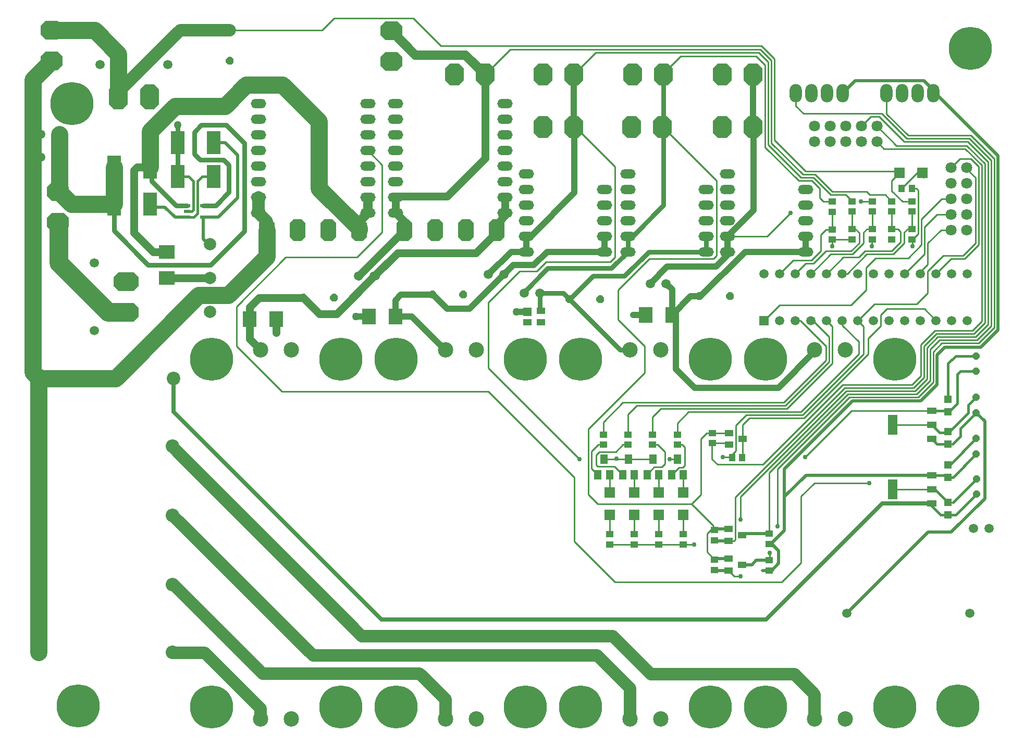
<source format=gtl>
G04 Layer_Physical_Order=1*
G04 Layer_Color=255*
%FSAX25Y25*%
%MOIN*%
G70*
G01*
G75*
%ADD10R,0.05906X0.12992*%
%ADD11R,0.05906X0.03937*%
%ADD12R,0.07000X0.07000*%
%ADD13R,0.07000X0.07000*%
%ADD14R,0.09000X0.15000*%
%ADD15R,0.09843X0.09055*%
%ADD16R,0.04134X0.02362*%
%ADD17R,0.09055X0.09843*%
%ADD18R,0.05512X0.05512*%
%ADD19R,0.05512X0.03937*%
%ADD20R,0.04500X0.05000*%
%ADD21R,0.04724X0.05906*%
%ADD22R,0.04000X0.04500*%
%ADD23R,0.04500X0.04000*%
%ADD24C,0.11000*%
%ADD25C,0.08000*%
%ADD26C,0.12000*%
%ADD27C,0.02500*%
%ADD28C,0.01000*%
%ADD29C,0.02000*%
%ADD30C,0.01500*%
%ADD31C,0.04000*%
%ADD32C,0.05000*%
%ADD33C,0.03000*%
%ADD34C,0.06000*%
%ADD35C,0.00000*%
G04:AMPARAMS|DCode=36|XSize=118.11mil|YSize=157.48mil|CornerRadius=0mil|HoleSize=0mil|Usage=FLASHONLY|Rotation=0.000|XOffset=0mil|YOffset=0mil|HoleType=Round|Shape=Octagon|*
%AMOCTAGOND36*
4,1,8,-0.02953,0.07874,0.02953,0.07874,0.05906,0.04921,0.05906,-0.04921,0.02953,-0.07874,-0.02953,-0.07874,-0.05906,-0.04921,-0.05906,0.04921,-0.02953,0.07874,0.0*
%
%ADD36OCTAGOND36*%

G04:AMPARAMS|DCode=37|XSize=118.11mil|YSize=157.48mil|CornerRadius=0mil|HoleSize=0mil|Usage=FLASHONLY|Rotation=90.000|XOffset=0mil|YOffset=0mil|HoleType=Round|Shape=Octagon|*
%AMOCTAGOND37*
4,1,8,-0.07874,-0.02953,-0.07874,0.02953,-0.04921,0.05906,0.04921,0.05906,0.07874,0.02953,0.07874,-0.02953,0.04921,-0.05906,-0.04921,-0.05906,-0.07874,-0.02953,0.0*
%
%ADD37OCTAGOND37*%

%ADD38C,0.09843*%
%ADD39C,0.07087*%
G04:AMPARAMS|DCode=40|XSize=118.11mil|YSize=137.8mil|CornerRadius=0mil|HoleSize=0mil|Usage=FLASHONLY|Rotation=90.000|XOffset=0mil|YOffset=0mil|HoleType=Round|Shape=Octagon|*
%AMOCTAGOND40*
4,1,8,-0.06890,-0.02953,-0.06890,0.02953,-0.03937,0.05906,0.03937,0.05906,0.06890,0.02953,0.06890,-0.02953,0.03937,-0.05906,-0.03937,-0.05906,-0.06890,-0.02953,0.0*
%
%ADD40OCTAGOND40*%

%ADD41P,0.05412X8X112.5*%
%ADD42C,0.08661*%
%ADD43O,0.09843X0.05906*%
G04:AMPARAMS|DCode=44|XSize=98.43mil|YSize=137.8mil|CornerRadius=0mil|HoleSize=0mil|Usage=FLASHONLY|Rotation=180.000|XOffset=0mil|YOffset=0mil|HoleType=Round|Shape=Octagon|*
%AMOCTAGOND44*
4,1,8,0.02461,-0.06890,-0.02461,-0.06890,-0.04921,-0.04429,-0.04921,0.04429,-0.02461,0.06890,0.02461,0.06890,0.04921,0.04429,0.04921,-0.04429,0.02461,-0.06890,0.0*
%
%ADD44OCTAGOND44*%

%ADD45C,0.07874*%
%ADD46P,0.05412X8X22.5*%
G04:AMPARAMS|DCode=47|XSize=118.11mil|YSize=137.8mil|CornerRadius=0mil|HoleSize=0mil|Usage=FLASHONLY|Rotation=180.000|XOffset=0mil|YOffset=0mil|HoleType=Round|Shape=Octagon|*
%AMOCTAGOND47*
4,1,8,0.02953,-0.06890,-0.02953,-0.06890,-0.05906,-0.03937,-0.05906,0.03937,-0.02953,0.06890,0.02953,0.06890,0.05906,0.03937,0.05906,-0.03937,0.02953,-0.06890,0.0*
%
%ADD47OCTAGOND47*%

%ADD48C,0.05906*%
%ADD49R,0.05906X0.05906*%
%ADD50P,0.04871X8X112.5*%
%ADD51O,0.07874X0.11811*%
%ADD52C,0.03000*%
%ADD53C,0.27559*%
%ADD54C,0.05000*%
D10*
X0656297Y0170755D02*
D03*
Y0212055D02*
D03*
D11*
X0681100Y0179810D02*
D03*
Y0170755D02*
D03*
Y0161700D02*
D03*
Y0203000D02*
D03*
Y0212055D02*
D03*
Y0221110D02*
D03*
D12*
X0522348Y0168700D02*
D03*
Y0154200D02*
D03*
X0506600Y0168700D02*
D03*
Y0154200D02*
D03*
X0490852Y0168700D02*
D03*
Y0154200D02*
D03*
X0475104Y0168700D02*
D03*
Y0154200D02*
D03*
D13*
X0660600Y0373200D02*
D03*
X0675100D02*
D03*
D14*
X0181102Y0376969D02*
D03*
X0158102D02*
D03*
X0198819Y0371063D02*
D03*
X0221819D02*
D03*
X0198819Y0392717D02*
D03*
X0221819D02*
D03*
X0181102Y0353346D02*
D03*
X0158102D02*
D03*
D15*
X0191929Y0322835D02*
D03*
Y0305906D02*
D03*
D16*
X0215354Y0352362D02*
D03*
Y0344882D02*
D03*
X0204724D02*
D03*
Y0348622D02*
D03*
Y0352362D02*
D03*
D17*
X0244969Y0279528D02*
D03*
X0261898D02*
D03*
X0338079Y0281232D02*
D03*
X0321150D02*
D03*
X0515177Y0282398D02*
D03*
X0498248D02*
D03*
D18*
X0422600Y0284200D02*
D03*
D19*
Y0277507D02*
D03*
X0431261D02*
D03*
Y0284987D02*
D03*
X0559924Y0122435D02*
D03*
X0551262Y0118695D02*
D03*
Y0126176D02*
D03*
X0559924Y0141435D02*
D03*
X0551262Y0137695D02*
D03*
Y0145176D02*
D03*
X0560261Y0202940D02*
D03*
X0551600Y0199200D02*
D03*
Y0206680D02*
D03*
D20*
X0691600Y0186500D02*
D03*
Y0178500D02*
D03*
Y0162500D02*
D03*
Y0154500D02*
D03*
Y0207700D02*
D03*
Y0199700D02*
D03*
Y0228200D02*
D03*
Y0220200D02*
D03*
D21*
X0471364Y0189960D02*
D03*
X0475104Y0180117D02*
D03*
X0467624D02*
D03*
X0487112Y0189960D02*
D03*
X0490852Y0180117D02*
D03*
X0483372D02*
D03*
X0502860Y0189960D02*
D03*
X0506600Y0180117D02*
D03*
X0499120D02*
D03*
X0518608Y0189960D02*
D03*
X0522348Y0180117D02*
D03*
X0514868D02*
D03*
D22*
X0661946Y0363201D02*
D03*
X0668446D02*
D03*
X0560018Y0190931D02*
D03*
X0553518D02*
D03*
D23*
X0668364Y0337296D02*
D03*
Y0330796D02*
D03*
X0655600Y0337296D02*
D03*
Y0330796D02*
D03*
X0643041Y0337296D02*
D03*
Y0330796D02*
D03*
X0630293Y0337296D02*
D03*
Y0330796D02*
D03*
X0617643Y0337099D02*
D03*
Y0330599D02*
D03*
X0668364Y0355012D02*
D03*
Y0348512D02*
D03*
X0655600Y0355012D02*
D03*
Y0348512D02*
D03*
X0643041Y0355012D02*
D03*
Y0348512D02*
D03*
X0630293Y0355012D02*
D03*
Y0348512D02*
D03*
X0617546Y0354961D02*
D03*
Y0348461D02*
D03*
X0475103Y0135381D02*
D03*
Y0141881D02*
D03*
X0522150Y0135381D02*
D03*
Y0141881D02*
D03*
X0506599Y0135381D02*
D03*
Y0141881D02*
D03*
X0490753Y0135381D02*
D03*
Y0141881D02*
D03*
X0471166Y0199259D02*
D03*
Y0205759D02*
D03*
X0486914Y0199259D02*
D03*
Y0205759D02*
D03*
X0502662Y0199259D02*
D03*
Y0205759D02*
D03*
X0518410Y0199259D02*
D03*
Y0205759D02*
D03*
X0540772Y0200231D02*
D03*
Y0206731D02*
D03*
X0577261Y0135726D02*
D03*
Y0142227D02*
D03*
X0542263Y0144625D02*
D03*
Y0138125D02*
D03*
X0577261Y0118727D02*
D03*
Y0125226D02*
D03*
X0542263Y0125625D02*
D03*
Y0119125D02*
D03*
D24*
X0161017Y0422043D02*
Y0449383D01*
X0145833Y0464567D02*
X0161017Y0449383D01*
X0118110Y0464567D02*
X0145833D01*
X0109843Y0153937D02*
Y0242515D01*
X0109936Y0066235D02*
Y0109543D01*
X0158102Y0353346D02*
Y0376969D01*
X0106293Y0433065D02*
X0118110Y0444882D01*
X0110236Y0241732D02*
X0159055D01*
X0123222Y0361019D02*
Y0398130D01*
Y0361019D02*
X0130894Y0353346D01*
X0158102D01*
X0109843Y0109646D02*
Y0153937D01*
X0106293Y0245676D02*
Y0433065D01*
Y0245676D02*
X0110236Y0241732D01*
X0181102Y0376969D02*
Y0400002D01*
X0197238Y0416137D01*
X0229128D01*
X0242513Y0429523D01*
X0265953D01*
X0289276Y0406200D01*
Y0363469D02*
Y0406200D01*
Y0363469D02*
X0314866Y0337879D01*
Y0336614D02*
Y0337879D01*
X0255811Y0319592D02*
Y0336614D01*
X0159055Y0241732D02*
X0212323Y0295000D01*
X0231219D01*
X0255811Y0319592D01*
D25*
X0200387Y0464562D02*
X0232277D01*
X0161017Y0425192D02*
X0200387Y0464562D01*
X0250378Y0347638D02*
Y0357638D01*
Y0347638D02*
X0255811Y0342205D01*
X0488189Y0023622D02*
Y0043307D01*
X0353600Y0052700D02*
X0370079Y0036221D01*
Y0023622D02*
Y0036221D01*
X0467296Y0064200D02*
X0488189Y0043307D01*
X0606299Y0023622D02*
Y0039501D01*
X0477100Y0076700D02*
X0501600Y0052200D01*
X0593600D01*
X0606299Y0039501D01*
X0195369Y0197928D02*
X0316596Y0076700D01*
X0477100D01*
X0195664Y0153931D02*
X0285395Y0064200D01*
X0467296D01*
X0195959Y0109935D02*
X0227553Y0078342D01*
X0253194Y0052700D01*
X0353600D01*
X0196063Y0066137D02*
X0216135D01*
X0251969Y0030304D01*
Y0023622D02*
Y0030304D01*
X0122047Y0341535D02*
X0122965D01*
X0161017Y0422043D02*
Y0425192D01*
D26*
X0122965Y0315635D02*
Y0341535D01*
Y0315635D02*
X0154612Y0283988D01*
X0166000D01*
D27*
X0649600Y0161700D02*
X0681100D01*
X0575100Y0087200D02*
X0649600Y0161700D01*
X0329324Y0087200D02*
X0575100D01*
X0196063Y0220461D02*
X0329324Y0087200D01*
X0196063Y0220461D02*
Y0241732D01*
D28*
X0606100Y0174700D02*
X0641100D01*
X0597600Y0166200D02*
X0606100Y0174700D01*
X0597600Y0123700D02*
Y0166200D01*
X0585100Y0111200D02*
X0597600Y0123700D01*
X0478600Y0111200D02*
X0585100D01*
X0452600Y0137200D02*
X0478600Y0111200D01*
X0452600Y0137200D02*
Y0178200D01*
X0397600Y0233200D02*
X0452600Y0178200D01*
X0265600Y0233200D02*
X0397600D01*
X0236600Y0262200D02*
X0265600Y0233200D01*
X0634700Y0328425D02*
Y0334903D01*
X0629475Y0323200D02*
X0634700Y0328425D01*
X0613499Y0337099D02*
X0617545D01*
X0471364Y0189960D02*
X0487112D01*
X0541600Y0145288D02*
X0542263Y0144625D01*
X0541600Y0145288D02*
Y0147200D01*
X0527600Y0161200D02*
X0541600Y0147200D01*
X0600100Y0191200D02*
X0630010Y0221110D01*
X0681100D01*
X0553249Y0191200D02*
X0553518Y0190931D01*
X0547600Y0191200D02*
X0553249D01*
X0691600Y0162500D02*
X0694700D01*
X0691600Y0186500D02*
X0692900D01*
X0690690Y0221110D02*
X0691600Y0220200D01*
X0690955Y0207055D02*
X0691600Y0207700D01*
X0692600D01*
X0691600Y0199700D02*
X0694600D01*
X0691600Y0220200D02*
X0692100D01*
X0666100Y0397200D02*
X0706100D01*
X0721100Y0382200D01*
Y0274200D02*
Y0382200D01*
X0719100Y0275200D02*
Y0381200D01*
X0705100Y0395200D02*
X0719100Y0381200D01*
X0665100Y0395200D02*
X0705100D01*
X0717100Y0276200D02*
Y0380200D01*
X0704100Y0393200D02*
X0717100Y0380200D01*
X0663600Y0393200D02*
X0704100D01*
X0715100Y0277200D02*
Y0379200D01*
X0703600Y0390700D02*
X0715100Y0379200D01*
X0658600Y0390700D02*
X0703600D01*
X0711100Y0264200D02*
X0721100Y0274200D01*
X0687600Y0264200D02*
X0711100D01*
X0682100Y0258700D02*
X0687600Y0264200D01*
X0582462Y0183562D02*
X0628600Y0229700D01*
X0710100Y0266200D02*
X0719100Y0275200D01*
X0686100Y0266200D02*
X0710100D01*
X0680100Y0260200D02*
X0686100Y0266200D01*
X0678100Y0261300D02*
X0685000Y0268200D01*
X0709100D02*
X0717100Y0276200D01*
X0685000Y0268200D02*
X0709100D01*
X0708100Y0270200D02*
X0715100Y0277200D01*
X0684100Y0270200D02*
X0708100D01*
X0582462Y0146976D02*
Y0183562D01*
X0577261Y0181361D02*
X0627600Y0231700D01*
X0577261Y0142227D02*
Y0181361D01*
X0558962Y0166062D02*
X0626600Y0233700D01*
X0558962Y0151476D02*
Y0166062D01*
X0625600Y0235700D02*
X0669600D01*
X0676100Y0242200D01*
Y0262200D01*
X0555662Y0165762D02*
X0625600Y0235700D01*
X0555662Y0138623D02*
Y0165762D01*
X0676100Y0262200D02*
X0684100Y0270200D01*
X0683100Y0272200D02*
X0707100D01*
X0674100Y0263200D02*
X0683100Y0272200D01*
X0674100Y0243200D02*
Y0263200D01*
X0668600Y0237700D02*
X0674100Y0243200D01*
X0624100Y0237700D02*
X0668600D01*
X0573100Y0186700D02*
X0624100Y0237700D01*
X0544100Y0186700D02*
X0573100D01*
X0713100Y0278200D02*
Y0378200D01*
X0707100Y0272200D02*
X0713100Y0278200D01*
X0540694Y0190106D02*
X0544100Y0186700D01*
X0678600Y0328200D02*
X0687100Y0336700D01*
X0678600Y0314700D02*
Y0328200D01*
X0673970Y0310070D02*
X0678600Y0314700D01*
X0676600Y0338700D02*
X0684600Y0346700D01*
X0676600Y0321330D02*
Y0338700D01*
X0663970Y0308700D02*
X0676600Y0321330D01*
X0711100Y0327200D02*
Y0377200D01*
X0702100Y0318200D02*
X0711100Y0327200D01*
X0693470Y0318200D02*
X0702100D01*
X0683970Y0308700D02*
X0693470Y0318200D01*
X0702600Y0388700D02*
X0713100Y0378200D01*
X0706100Y0382200D02*
X0711100Y0377200D01*
X0699100Y0382200D02*
X0706100D01*
X0693600Y0376700D02*
X0699100Y0382200D01*
X0703600Y0375700D02*
X0709100Y0370200D01*
Y0328200D02*
Y0370200D01*
X0701100Y0320200D02*
X0709100Y0328200D01*
X0673970Y0308700D02*
Y0310070D01*
X0633970Y0278700D02*
X0644470Y0289200D01*
X0671600D01*
X0678600Y0296200D01*
Y0310200D01*
X0688600Y0320200D01*
X0701100D01*
X0703600Y0375700D02*
Y0376700D01*
X0687100Y0336700D02*
X0693600D01*
X0684600Y0346700D02*
X0693600D01*
X0573970Y0278700D02*
X0583970Y0288700D01*
X0629600D01*
X0639100Y0298200D01*
Y0312700D01*
X0645100Y0318700D01*
X0666100D01*
X0674600Y0327200D01*
Y0343700D01*
X0687600Y0356700D01*
X0693600D01*
X0650600Y0388700D02*
X0702600D01*
X0630293Y0339310D02*
X0634700Y0334903D01*
X0655600Y0361700D02*
X0662435Y0354865D01*
X0655600Y0361700D02*
Y0368200D01*
X0668364Y0355012D02*
X0668583D01*
X0662583D02*
X0668364D01*
X0659600Y0374200D02*
X0660600Y0373200D01*
X0655600Y0368200D02*
X0660600Y0373200D01*
X0671945D02*
X0675100D01*
X0661946Y0363201D02*
X0671945Y0373200D01*
X0668446Y0363201D02*
X0671446D01*
X0672600Y0362047D01*
Y0334405D02*
Y0362047D01*
X0668795Y0330600D02*
X0672600Y0334405D01*
X0665696Y0337296D02*
X0666696D01*
X0663600Y0335200D02*
X0665696Y0337296D01*
X0663600Y0328405D02*
Y0335200D01*
X0661111Y0328916D02*
Y0335689D01*
X0659504Y0337296D02*
X0661111Y0335689D01*
X0655600Y0337296D02*
X0659504D01*
X0655600D02*
Y0342200D01*
X0656395Y0321200D02*
X0663600Y0328405D01*
X0639696Y0337296D02*
X0643041D01*
X0637600Y0335200D02*
X0639696Y0337296D01*
X0637600Y0328200D02*
Y0335200D01*
X0630600Y0321200D02*
X0637600Y0328200D01*
X0655395Y0323200D02*
X0661111Y0328916D01*
X0641600Y0359200D02*
X0651412D01*
X0626105D02*
X0631793Y0353512D01*
X0616600Y0359200D02*
X0626105D01*
X0617545Y0337099D02*
Y0348512D01*
Y0337099D02*
X0617643D01*
X0649100Y0411200D02*
X0665100Y0395200D01*
X0599100Y0411200D02*
X0649100D01*
X0594175Y0416125D02*
X0599100Y0411200D01*
X0540694Y0190106D02*
Y0200152D01*
X0647600Y0409200D02*
X0663600Y0393200D01*
X0642100Y0409200D02*
X0647600D01*
X0636100Y0403200D02*
X0642100Y0409200D01*
X0646100Y0403200D02*
X0658600Y0390700D01*
X0467600Y0161200D02*
X0527600D01*
X0461600Y0167200D02*
X0467600Y0161200D01*
X0461600Y0167200D02*
Y0209200D01*
X0497600Y0245200D01*
Y0262200D01*
X0527600Y0161200D02*
X0533651Y0167251D01*
X0560261Y0211861D02*
X0564600Y0216200D01*
X0599600D01*
X0555951Y0211551D02*
X0562600Y0218200D01*
X0598600D01*
X0640600Y0257200D02*
Y0267200D01*
X0599600Y0216200D02*
X0640600Y0257200D01*
X0637600D02*
Y0275070D01*
X0598600Y0218200D02*
X0637600Y0257200D01*
X0634600D02*
Y0265200D01*
X0597600Y0220200D02*
X0634600Y0257200D01*
X0623970Y0275830D02*
X0634600Y0265200D01*
X0613600Y0253200D02*
Y0262200D01*
X0586600Y0226200D02*
X0613600Y0253200D01*
X0597100Y0278700D02*
X0613600Y0262200D01*
X0613970Y0278700D02*
X0617600Y0275070D01*
Y0251200D02*
Y0275070D01*
X0588600Y0222200D02*
X0617600Y0251200D01*
X0483600Y0226200D02*
X0586600D01*
X0507987Y0222200D02*
X0588600D01*
X0471166Y0213766D02*
X0483600Y0226200D01*
X0492600Y0224200D02*
X0587600D01*
X0486914Y0218514D02*
X0492600Y0224200D01*
X0525600Y0220200D02*
X0597600D01*
X0518410Y0213010D02*
X0525600Y0220200D01*
X0502662Y0216876D02*
X0507987Y0222200D01*
X0502662Y0205759D02*
Y0216876D01*
X0518410Y0205759D02*
Y0213010D01*
X0623970Y0308700D02*
X0627100D01*
X0639600Y0321200D02*
X0656395D01*
X0627100Y0308700D02*
X0639600Y0321200D01*
X0638600Y0323200D02*
X0655395D01*
X0634600Y0319200D02*
X0638600Y0323200D01*
X0624600Y0319200D02*
X0634600D01*
X0614035Y0308635D02*
X0624600Y0319200D01*
X0616600Y0321200D02*
X0630600D01*
X0604035Y0308635D02*
X0616600Y0321200D01*
X0613600Y0323200D02*
X0629475D01*
X0605600Y0315200D02*
X0613600Y0323200D01*
X0600470Y0315200D02*
X0605600D01*
X0593970Y0308700D02*
X0600470Y0315200D01*
X0610100Y0323200D02*
Y0333700D01*
X0604100Y0317200D02*
X0610100Y0323200D01*
X0592470Y0317200D02*
X0604100D01*
X0583970Y0308700D02*
X0592470Y0317200D01*
X0676470Y0286200D02*
X0683970Y0278700D01*
X0652600Y0286200D02*
X0676470D01*
X0648600Y0282200D02*
X0652600Y0286200D01*
X0648600Y0275200D02*
Y0282200D01*
X0640600Y0267200D02*
X0648600Y0275200D01*
X0633970Y0278700D02*
X0637600Y0275070D01*
X0623970Y0275830D02*
Y0278700D01*
X0605100D02*
X0615600Y0268200D01*
X0593970Y0278700D02*
X0597100D01*
X0452600Y0403200D02*
X0478600Y0377200D01*
X0320378Y0387638D02*
X0329600Y0378416D01*
X0298972Y0472200D02*
X0349600D01*
X0291334Y0464562D02*
X0298972Y0472200D01*
X0560261Y0191175D02*
Y0202940D01*
X0540772Y0200231D02*
X0550569D01*
X0540772Y0206731D02*
X0551549D01*
X0668364Y0337296D02*
Y0348512D01*
X0655600Y0337296D02*
Y0348512D01*
X0630293Y0337296D02*
Y0348512D01*
X0547110Y0403520D02*
X0547819Y0404228D01*
X0486803Y0332835D02*
X0489716D01*
X0422000D02*
X0424913D01*
X0403791Y0338976D02*
Y0341339D01*
X0408319Y0345866D02*
Y0347638D01*
X0402807Y0336614D02*
X0406153Y0339961D01*
X0338319Y0377638D02*
X0339500D01*
X0166000Y0283988D02*
X0166862D01*
X0314866Y0336614D02*
Y0342126D01*
X0389764Y0023622D02*
X0393701D01*
X0625984Y0023622D02*
Y0023622D01*
X0215354Y0352362D02*
Y0352412D01*
X0389764Y0259842D02*
Y0261024D01*
X0507874Y0259842D02*
X0509842D01*
X0181102Y0351378D02*
Y0354331D01*
X0708700Y0167657D02*
X0709700D01*
X0483615Y0199259D02*
X0486914D01*
X0468411Y0194684D02*
X0479041D01*
X0466442Y0192716D02*
X0468411Y0194684D01*
X0466442Y0186416D02*
Y0192716D01*
Y0186416D02*
X0467624Y0185235D01*
X0478254D01*
X0483372Y0180117D01*
X0479041Y0194684D02*
X0483615Y0199259D01*
X0502662D02*
X0505963D01*
X0510537Y0194684D01*
X0499120Y0182480D02*
X0501088D01*
X0467867Y0199259D02*
X0471166D01*
X0463687Y0195078D02*
X0467867Y0199259D01*
X0463687Y0184054D02*
Y0195078D01*
Y0184054D02*
X0467624Y0180117D01*
X0475104Y0168700D02*
Y0180117D01*
X0490852Y0168700D02*
Y0180117D01*
X0506600Y0168700D02*
Y0180117D01*
X0522348Y0168700D02*
Y0180117D01*
X0506600D02*
Y0180905D01*
X0475104Y0141882D02*
Y0154200D01*
X0490753Y0141881D02*
Y0154101D01*
X0506599Y0141881D02*
Y0154199D01*
X0522348Y0142078D02*
Y0154200D01*
X0475103Y0135381D02*
X0490753D01*
X0506599D01*
X0522150D01*
X0487112Y0189960D02*
X0502860D01*
X0452220Y0435039D02*
X0456945D01*
X0630293Y0337296D02*
Y0339310D01*
X0617643Y0330599D02*
X0630293D01*
X0617400Y0330355D02*
X0617643Y0330599D01*
X0689800Y0222200D02*
X0690100Y0221900D01*
X0522150Y0135381D02*
X0529157D01*
X0513662Y0190076D02*
X0518492D01*
X0518608Y0189960D01*
X0510537Y0187001D02*
Y0194684D01*
X0501088Y0182480D02*
X0503584Y0184976D01*
X0508512D01*
X0510537Y0187001D01*
X0514868Y0180117D02*
X0519426Y0184676D01*
X0518410Y0199259D02*
X0521379D01*
X0523062Y0197576D01*
X0519426Y0184676D02*
X0521762D01*
X0523062Y0185976D01*
Y0197576D01*
X0533651Y0167251D02*
Y0203061D01*
X0537322Y0206731D01*
X0540772D01*
X0553518Y0190931D02*
Y0193027D01*
X0555951Y0195461D01*
Y0211551D01*
X0540694Y0200152D02*
X0540772Y0200231D01*
X0551262Y0137695D02*
X0554735D01*
X0555662Y0138623D01*
X0537362Y0130526D02*
X0542263Y0125625D01*
X0537362Y0130526D02*
Y0142276D01*
X0539711Y0144625D01*
X0542263D01*
X0551262Y0118695D02*
X0554982Y0114976D01*
X0558962D01*
X0577462Y0125427D02*
Y0129976D01*
X0577261Y0125226D02*
X0577462Y0125427D01*
X0576210Y0125176D02*
X0576761Y0125726D01*
X0313600Y0319200D02*
X0329600Y0335200D01*
Y0378416D01*
X0478600Y0319200D02*
Y0377200D01*
X0475600Y0316200D02*
X0478600Y0319200D01*
X0428600Y0310200D02*
X0434600Y0316200D01*
X0475600D01*
X0397600Y0248200D02*
Y0290200D01*
X0417600Y0310200D01*
X0428600D01*
X0500600Y0318200D02*
X0541600D01*
X0480600Y0279200D02*
Y0298200D01*
X0500600Y0318200D01*
X0541600D02*
X0543600Y0320200D01*
X0509417Y0402383D02*
X0543600Y0368200D01*
Y0320200D02*
Y0368200D01*
X0509417Y0437017D02*
X0520432Y0448032D01*
X0452220Y0436320D02*
X0466100Y0450200D01*
X0395600Y0436200D02*
X0411600Y0452200D01*
X0349600Y0472200D02*
X0367100Y0454700D01*
X0596100Y0368200D02*
X0604600D01*
X0574600Y0389700D02*
X0596100Y0368200D01*
X0576600Y0391200D02*
X0597600Y0370200D01*
X0578600Y0392400D02*
X0598800Y0372200D01*
X0580600Y0394200D02*
X0600600Y0374200D01*
X0520432Y0448032D02*
X0568769D01*
X0574600Y0442200D01*
Y0389700D02*
Y0442200D01*
X0466100Y0450200D02*
X0570600D01*
X0576600Y0444200D01*
Y0391200D02*
Y0444200D01*
X0411600Y0452200D02*
X0571600D01*
X0578600Y0445200D01*
Y0392400D02*
Y0445200D01*
X0367100Y0454700D02*
X0572100D01*
X0580600Y0446200D01*
Y0394200D02*
Y0446200D01*
X0604600Y0368200D02*
X0609600Y0363200D01*
Y0357200D02*
Y0363200D01*
Y0357200D02*
X0611788Y0355012D01*
X0617545D01*
X0597600Y0370200D02*
X0605600D01*
X0616600Y0359200D01*
X0598800Y0372200D02*
X0606600D01*
X0651412Y0359200D02*
X0655600Y0355012D01*
X0617600Y0361200D02*
X0639600D01*
X0641600Y0359200D01*
X0550606Y0332835D02*
X0575835D01*
X0590700Y0347700D01*
X0591000D01*
X0636000Y0355100D02*
X0642953D01*
X0643041Y0330796D02*
X0643100Y0330736D01*
X0642900Y0330537D02*
X0643100Y0330736D01*
X0642900Y0326300D02*
Y0330537D01*
X0617400Y0326300D02*
Y0330355D01*
X0610100Y0333700D02*
X0613499Y0337099D01*
X0606600Y0372200D02*
X0617600Y0361200D01*
X0643041Y0337296D02*
Y0348512D01*
X0594175Y0416125D02*
Y0424500D01*
X0646100Y0393200D02*
X0650600Y0388700D01*
X0675100Y0371200D02*
X0676100Y0370200D01*
X0397600Y0248200D02*
X0455850Y0189950D01*
X0480600Y0279200D02*
X0497600Y0262200D01*
X0471166Y0205759D02*
Y0213766D01*
X0486914Y0205759D02*
Y0218514D01*
X0587600Y0224200D02*
X0615600Y0252200D01*
Y0268200D01*
X0560261Y0202940D02*
Y0211861D01*
X0600600Y0374200D02*
X0659600D01*
X0673151Y0371251D02*
X0675100Y0373200D01*
X0668795Y0326200D02*
Y0330600D01*
X0626600Y0233700D02*
X0670600D01*
X0678100Y0241200D01*
Y0261300D01*
X0627600Y0231700D02*
X0671600D01*
X0680100Y0240200D01*
Y0260200D01*
X0628600Y0229700D02*
X0672600D01*
X0682100Y0239200D01*
Y0258700D01*
X0652277Y0411023D02*
X0666100Y0397200D01*
X0652277Y0411023D02*
Y0424499D01*
X0236600Y0262200D02*
Y0287783D01*
X0268017Y0319200D01*
X0313600D01*
X0232277Y0464562D02*
X0291334D01*
X0656297Y0212055D02*
X0681100D01*
X0656297Y0170755D02*
X0681100D01*
D29*
X0709600Y0219700D02*
X0715100Y0214200D01*
Y0164700D02*
Y0214200D01*
X0693600Y0143200D02*
X0715100Y0164700D01*
X0586962Y0183562D02*
X0630600Y0227200D01*
X0586962Y0166062D02*
Y0183562D01*
X0678954Y0143200D02*
X0693600D01*
X0626954Y0091200D02*
X0678954Y0143200D01*
X0600710Y0179810D02*
X0682100D01*
X0586962Y0166062D02*
X0600710Y0179810D01*
X0712600Y0261700D02*
X0723600Y0272700D01*
Y0384200D01*
X0237100Y0357200D02*
Y0384700D01*
X0229083Y0392717D02*
X0237100Y0384700D01*
X0221819Y0392717D02*
X0229083D01*
X0224782Y0344882D02*
X0237100Y0357200D01*
X0215354Y0344882D02*
X0224782D01*
X0215354Y0330906D02*
X0218307Y0327953D01*
X0215354Y0330906D02*
Y0344882D01*
X0181102Y0351378D02*
X0190551D01*
X0197047Y0344882D01*
X0204724D01*
X0542692Y0118695D02*
X0551262D01*
X0542814Y0126176D02*
X0551262D01*
X0542692Y0137695D02*
X0551262D01*
X0542814Y0145176D02*
X0551262D01*
X0560715Y0142227D02*
X0577261D01*
X0559924Y0122435D02*
X0566262D01*
X0569002Y0125176D02*
X0576210D01*
X0566262Y0122435D02*
X0569002Y0125176D01*
X0572813Y0118727D02*
X0577261D01*
X0578813D01*
X0583262Y0123176D01*
Y0131176D01*
X0578711Y0135726D02*
X0583262Y0131176D01*
X0577261Y0135726D02*
X0578213D01*
X0586962Y0144476D01*
Y0166062D01*
X0624175Y0424500D02*
X0632175Y0432500D01*
X0630600Y0227200D02*
X0674100D01*
X0684600Y0237700D01*
Y0256700D01*
X0689600Y0261700D01*
X0712600D01*
X0685400Y0422400D02*
X0723600Y0384200D01*
X0632175Y0432500D02*
X0676150D01*
X0682277Y0426373D01*
Y0424499D02*
Y0426373D01*
D30*
X0697600Y0244200D02*
X0699600Y0246200D01*
X0697600Y0225700D02*
Y0244200D01*
X0692100Y0220200D02*
X0697600Y0225700D01*
X0694700Y0162500D02*
X0709700Y0177500D01*
X0686800Y0154500D02*
X0691600D01*
X0679600Y0161700D02*
X0686800Y0154500D01*
X0696543D02*
X0709700Y0167657D01*
X0691600Y0154500D02*
X0696543D01*
X0679600Y0179810D02*
X0690290D01*
X0683345Y0170755D02*
X0691600Y0162500D01*
X0692900Y0186500D02*
X0709600Y0203200D01*
X0694742Y0178500D02*
X0709600Y0193358D01*
X0691600Y0178500D02*
X0694742D01*
X0681100Y0203000D02*
X0684400Y0199700D01*
X0691600D01*
X0681100Y0221110D02*
X0690690D01*
X0686100Y0207055D02*
X0690955D01*
X0681100Y0212055D02*
X0686100Y0207055D01*
X0704600Y0224542D02*
X0709600Y0229542D01*
X0704600Y0219700D02*
Y0224542D01*
X0692600Y0207700D02*
X0704600Y0219700D01*
X0699600Y0209700D02*
X0709600Y0219700D01*
X0699600Y0204700D02*
Y0209700D01*
X0694600Y0199700D02*
X0699600Y0204700D01*
Y0246200D02*
X0709600D01*
X0696443Y0256043D02*
X0709600D01*
X0691600Y0251200D02*
X0696443Y0256043D01*
X0691600Y0228200D02*
Y0251200D01*
X0204724Y0348622D02*
X0207842D01*
X0204724Y0344882D02*
X0209055D01*
X0211500Y0347327D01*
X0207842Y0348622D02*
X0209000Y0349780D01*
X0198819Y0371063D02*
X0205937D01*
X0209000Y0368000D01*
Y0349780D02*
Y0368000D01*
X0211500Y0347327D02*
Y0368000D01*
X0214563Y0371063D01*
X0221260D01*
X0681100Y0170755D02*
X0683345D01*
D31*
X0452600Y0360521D02*
Y0403200D01*
X0424913Y0332835D02*
X0452600Y0360521D01*
X0490079Y0282398D02*
X0498248D01*
X0511299Y0302476D02*
X0515177Y0298598D01*
Y0282398D02*
Y0298598D01*
X0312882Y0281331D02*
X0321051D01*
X0600606Y0322835D02*
Y0332835D01*
X0566795Y0404937D02*
Y0435646D01*
X0472000Y0322835D02*
Y0332835D01*
X0422000Y0322835D02*
Y0332835D01*
X0158102Y0376969D02*
Y0377953D01*
X0341622Y0295307D02*
X0361701D01*
X0370079Y0259721D02*
Y0259842D01*
X0338079Y0291764D02*
X0341622Y0295307D01*
X0348568Y0281232D02*
X0370079Y0259721D01*
X0338079Y0281232D02*
Y0291764D01*
Y0281232D02*
X0348568D01*
X0362094Y0295307D02*
X0371202Y0286200D01*
X0426600Y0314200D02*
X0435235Y0322835D01*
X0472000D01*
X0397600Y0308200D02*
X0412235Y0322835D01*
X0422000D01*
X0371202Y0286200D02*
X0385600D01*
X0413600Y0314200D01*
X0426600D01*
X0415600Y0284200D02*
X0422600D01*
X0550606Y0332835D02*
X0567100Y0349328D01*
Y0403937D01*
X0543100Y0313200D02*
X0550606Y0320706D01*
X0512023Y0313200D02*
X0543100D01*
X0501299Y0302476D02*
X0512023Y0313200D01*
X0526979Y0294200D02*
X0533100D01*
X0515177Y0282398D02*
X0526979Y0294200D01*
X0533100D02*
X0561735Y0322835D01*
X0600606D01*
X0452220Y0402559D02*
Y0436320D01*
X0517600Y0247700D02*
X0529600Y0235700D01*
X0517600Y0247700D02*
Y0279975D01*
X0515177Y0282398D02*
X0517600Y0279975D01*
X0550606Y0320706D02*
Y0322835D01*
Y0332835D01*
X0529600Y0235700D02*
X0583100D01*
X0606299Y0258899D01*
Y0259842D01*
D32*
X0371100Y0358200D02*
X0395600Y0382700D01*
X0340100Y0358200D02*
X0371100D01*
X0395600Y0382700D02*
Y0436200D01*
X0338319Y0347638D02*
Y0356419D01*
X0340100Y0358200D01*
X0183071Y0322835D02*
X0191929D01*
X0170866Y0335039D02*
X0183071Y0322835D01*
X0279213Y0293307D02*
X0289547Y0282972D01*
X0403791Y0341339D02*
X0408319Y0345866D01*
Y0347638D02*
Y0357638D01*
X0389618Y0322047D02*
X0402807Y0335236D01*
X0338319Y0347638D02*
X0343752Y0342205D01*
X0261898Y0270866D02*
Y0279528D01*
X0244969Y0279528D02*
Y0287402D01*
X0250874Y0293307D01*
X0279213D01*
X0170866Y0335039D02*
Y0374866D01*
X0172968Y0376969D01*
X0181102D01*
X0191929Y0305906D02*
X0219488D01*
X0244969Y0266843D02*
Y0279528D01*
Y0266843D02*
X0251969Y0259842D01*
X0289547Y0282972D02*
X0300372D01*
X0324600Y0307200D01*
X0325600D01*
X0324600D02*
X0339447Y0322047D01*
X0389618D01*
X0314600Y0307087D02*
Y0307462D01*
X0343752Y0336614D01*
D33*
X0230000Y0404000D02*
X0241600Y0392400D01*
Y0336100D02*
Y0392400D01*
X0220000Y0314500D02*
X0241600Y0336100D01*
X0228107Y0381693D02*
X0231600Y0378200D01*
Y0360931D02*
Y0378200D01*
X0223081Y0352412D02*
X0231600Y0360931D01*
X0213307Y0381693D02*
X0228107D01*
X0198819Y0392717D02*
Y0404134D01*
X0197835Y0352362D02*
X0204724D01*
X0182087Y0368110D02*
X0197835Y0352362D01*
X0182087Y0368110D02*
Y0373031D01*
X0536803Y0322835D02*
Y0332835D01*
X0486803Y0322835D02*
Y0332835D01*
X0198819Y0371063D02*
Y0392717D01*
X0215354Y0352412D02*
X0223081D01*
X0158102Y0336398D02*
Y0353346D01*
Y0336398D02*
X0180000Y0314500D01*
X0220000D01*
X0214000Y0404000D02*
X0230000D01*
X0209500Y0385500D02*
X0213307Y0381693D01*
X0209500Y0385500D02*
Y0399500D01*
X0214000Y0404000D01*
X0420100Y0296700D02*
X0435600Y0312200D01*
X0476168D01*
X0486803Y0322835D01*
X0500077Y0322677D02*
X0536646D01*
X0449600Y0292200D02*
X0464600Y0307200D01*
X0484600D01*
X0500077Y0322677D01*
X0481957Y0259842D02*
X0488189D01*
X0449600Y0292200D02*
X0481957Y0259842D01*
X0430600Y0285649D02*
X0431261Y0284987D01*
X0430600Y0285649D02*
Y0296200D01*
X0445600D01*
X0449600Y0292200D01*
X0489716Y0332835D02*
X0509600Y0352718D01*
Y0402756D01*
X0509417Y0402383D02*
Y0437017D01*
D34*
X0382981Y0448819D02*
X0395600Y0436200D01*
X0350981Y0448819D02*
X0382981D01*
X0335600Y0464200D02*
X0350981Y0448819D01*
X0314866Y0342126D02*
X0320378Y0347638D01*
Y0357638D01*
D35*
X0109000Y0242969D02*
X0110236Y0241732D01*
D36*
X0161017Y0422043D02*
D03*
X0180702D02*
D03*
D37*
X0165900Y0284057D02*
D03*
Y0303743D02*
D03*
D38*
X0625984Y0259842D02*
D03*
Y0023622D02*
D03*
X0606299Y0259842D02*
D03*
Y0023622D02*
D03*
X0271654Y0259842D02*
D03*
Y0023622D02*
D03*
X0251969Y0259842D02*
D03*
Y0023622D02*
D03*
X0389764Y0259842D02*
D03*
Y0023622D02*
D03*
X0370079Y0259842D02*
D03*
Y0023622D02*
D03*
X0507874Y0259842D02*
D03*
Y0023622D02*
D03*
X0488189Y0259842D02*
D03*
Y0023622D02*
D03*
D39*
X0646100Y0403200D02*
D03*
X0636100D02*
D03*
X0626100D02*
D03*
X0616100D02*
D03*
X0606100D02*
D03*
X0646100Y0393200D02*
D03*
X0636100D02*
D03*
X0626100D02*
D03*
X0616100D02*
D03*
X0606100D02*
D03*
X0703600Y0336700D02*
D03*
Y0346700D02*
D03*
Y0356700D02*
D03*
Y0366700D02*
D03*
Y0376700D02*
D03*
X0693600Y0336700D02*
D03*
Y0346700D02*
D03*
Y0356700D02*
D03*
Y0366700D02*
D03*
Y0376700D02*
D03*
D40*
X0118110Y0444882D02*
D03*
Y0464567D02*
D03*
X0335600Y0444515D02*
D03*
Y0464200D02*
D03*
X0122047Y0361221D02*
D03*
Y0341535D02*
D03*
D41*
X0232277Y0444877D02*
D03*
Y0464562D02*
D03*
D42*
X0109843Y0066339D02*
D03*
X0195669D02*
D03*
X0109843Y0109646D02*
D03*
X0195669D02*
D03*
X0109843Y0153937D02*
D03*
X0195669D02*
D03*
X0109843Y0198228D02*
D03*
X0195669D02*
D03*
X0110236Y0241732D02*
D03*
X0196063D02*
D03*
D43*
X0320378Y0347638D02*
D03*
Y0357638D02*
D03*
Y0367638D02*
D03*
Y0377638D02*
D03*
Y0387638D02*
D03*
Y0397638D02*
D03*
X0250378D02*
D03*
Y0387638D02*
D03*
Y0367638D02*
D03*
Y0377638D02*
D03*
Y0357638D02*
D03*
Y0347638D02*
D03*
X0320378Y0407638D02*
D03*
Y0417638D02*
D03*
X0250378Y0407638D02*
D03*
Y0417638D02*
D03*
X0408319Y0347638D02*
D03*
Y0357638D02*
D03*
Y0367638D02*
D03*
Y0377638D02*
D03*
Y0387638D02*
D03*
Y0397638D02*
D03*
X0338319D02*
D03*
Y0387638D02*
D03*
Y0367638D02*
D03*
Y0377638D02*
D03*
Y0357638D02*
D03*
Y0347638D02*
D03*
X0408319Y0407638D02*
D03*
Y0417638D02*
D03*
X0338319Y0407638D02*
D03*
Y0417638D02*
D03*
X0472000Y0322835D02*
D03*
D03*
Y0332835D02*
D03*
Y0342835D02*
D03*
Y0352835D02*
D03*
Y0362835D02*
D03*
X0422000Y0372835D02*
D03*
Y0362835D02*
D03*
Y0342835D02*
D03*
Y0352835D02*
D03*
Y0332835D02*
D03*
Y0322835D02*
D03*
X0536803D02*
D03*
D03*
Y0332835D02*
D03*
Y0342835D02*
D03*
Y0352835D02*
D03*
Y0362835D02*
D03*
X0486803Y0372835D02*
D03*
Y0362835D02*
D03*
Y0342835D02*
D03*
Y0352835D02*
D03*
Y0332835D02*
D03*
Y0322835D02*
D03*
X0600606D02*
D03*
D03*
Y0332835D02*
D03*
Y0342835D02*
D03*
Y0352835D02*
D03*
Y0362835D02*
D03*
X0550606Y0372835D02*
D03*
Y0362835D02*
D03*
Y0342835D02*
D03*
Y0352835D02*
D03*
Y0332835D02*
D03*
Y0322835D02*
D03*
D44*
X0314866Y0336614D02*
D03*
X0295181D02*
D03*
X0275496D02*
D03*
X0255811D02*
D03*
X0402807D02*
D03*
X0383122D02*
D03*
X0363437D02*
D03*
X0343752D02*
D03*
D45*
X0219488Y0284252D02*
D03*
Y0305906D02*
D03*
Y0327559D02*
D03*
D46*
X0298898Y0293307D02*
D03*
X0279213D02*
D03*
X0381386Y0295307D02*
D03*
X0361701D02*
D03*
X0469285Y0292200D02*
D03*
X0449600D02*
D03*
X0552285Y0294200D02*
D03*
X0532600D02*
D03*
D47*
X0375915Y0436200D02*
D03*
X0395600D02*
D03*
X0432535Y0402559D02*
D03*
X0452220D02*
D03*
X0432535Y0436200D02*
D03*
X0452220D02*
D03*
X0489339Y0402559D02*
D03*
X0509024D02*
D03*
X0489732Y0436200D02*
D03*
X0509417D02*
D03*
X0547110Y0402559D02*
D03*
X0566795D02*
D03*
X0547110Y0436200D02*
D03*
X0566795D02*
D03*
D48*
X0324600Y0307200D02*
D03*
X0314600D02*
D03*
X0407600Y0308200D02*
D03*
X0397600D02*
D03*
X0430600Y0296200D02*
D03*
X0420600D02*
D03*
X0511299Y0302476D02*
D03*
X0501299D02*
D03*
X0121221Y0383465D02*
D03*
X0111221D02*
D03*
X0121221Y0398130D02*
D03*
X0111221D02*
D03*
X0583970Y0278700D02*
D03*
X0593970D02*
D03*
X0603970D02*
D03*
X0613970D02*
D03*
X0623970D02*
D03*
X0633970D02*
D03*
X0643970D02*
D03*
X0653970D02*
D03*
X0663970D02*
D03*
X0673970D02*
D03*
X0683970D02*
D03*
X0693970D02*
D03*
X0703970D02*
D03*
X0573970Y0308700D02*
D03*
X0583970D02*
D03*
X0593970D02*
D03*
X0603970D02*
D03*
X0613970D02*
D03*
X0623970D02*
D03*
X0633970D02*
D03*
X0643970D02*
D03*
X0653970D02*
D03*
X0663970D02*
D03*
X0673970D02*
D03*
X0683970D02*
D03*
X0693970D02*
D03*
X0703970D02*
D03*
X0626954Y0091200D02*
D03*
X0705694D02*
D03*
X0717868Y0145665D02*
D03*
X0707868D02*
D03*
X0192513Y0442515D02*
D03*
X0149206D02*
D03*
X0145428Y0315553D02*
D03*
Y0272247D02*
D03*
D49*
X0573970Y0278700D02*
D03*
D50*
X0709600Y0246200D02*
D03*
Y0256043D02*
D03*
Y0219700D02*
D03*
Y0229542D02*
D03*
Y0193358D02*
D03*
Y0203200D02*
D03*
X0709700Y0167657D02*
D03*
Y0177500D02*
D03*
D51*
X0624175Y0424500D02*
D03*
X0614175D02*
D03*
X0604175D02*
D03*
X0594175D02*
D03*
X0682277Y0424499D02*
D03*
X0672277D02*
D03*
X0662277D02*
D03*
X0652277D02*
D03*
D52*
X0641100Y0174700D02*
D03*
X0455850Y0189950D02*
D03*
X0600100Y0191200D02*
D03*
X0547600D02*
D03*
X0489980Y0282299D02*
D03*
X0529262Y0135276D02*
D03*
X0479562Y0190176D02*
D03*
X0513662Y0190076D02*
D03*
X0558962Y0151476D02*
D03*
Y0114976D02*
D03*
X0582462Y0146976D02*
D03*
X0577462Y0129976D02*
D03*
X0591000Y0347700D02*
D03*
X0636000Y0355100D02*
D03*
X0642900Y0326300D02*
D03*
X0617400D02*
D03*
X0668795Y0326200D02*
D03*
D53*
X0657480Y0031496D02*
D03*
Y0253937D02*
D03*
X0574803D02*
D03*
Y0031496D02*
D03*
X0303150D02*
D03*
Y0253937D02*
D03*
X0220472D02*
D03*
Y0031496D02*
D03*
X0421260D02*
D03*
Y0253937D02*
D03*
X0338583D02*
D03*
Y0031496D02*
D03*
X0539370D02*
D03*
Y0253937D02*
D03*
X0456693D02*
D03*
Y0031496D02*
D03*
X0135033Y0031885D02*
D03*
X0698025D02*
D03*
X0705899Y0453145D02*
D03*
X0131096Y0417712D02*
D03*
D54*
X0312882Y0281331D02*
D03*
X0198819Y0404134D02*
D03*
X0261898Y0270866D02*
D03*
X0415600Y0284200D02*
D03*
M02*

</source>
